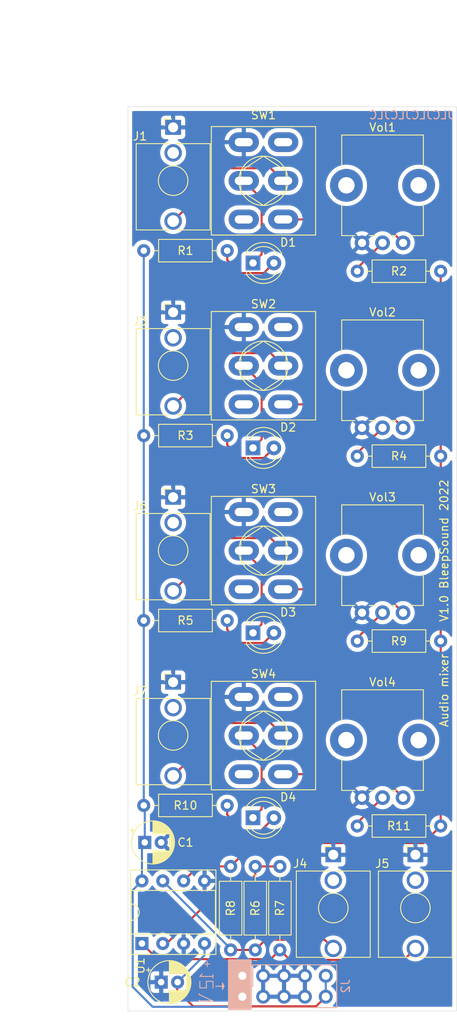
<source format=kicad_pcb>
(kicad_pcb (version 20211014) (generator pcbnew)
  (layers (0 "F.Cu" signal) (31 "B.Cu" signal) (34 "B.Paste" user) (35 "F.Paste" user) (36 "B.SilkS" user "B.Silkscreen") (37 "F.SilkS" user "F.Silkscreen") (38 "B.Mask" user) (39 "F.Mask" user) (44 "Edge.Cuts" user))
  (net 0 "")
  (net 1 "GND")
  (net 2 "+12V")
  (net 3 "-12V")
  (net 4 "Net-(D3-Pad1)")
  (net 5 "Net-(D3-Pad2)")
  (net 6 "Net-(J4-PadT)")
  (net 7 "Net-(J7-PadT)")
  (net 9 "Net-(R11-Pad1)")
  (net 10 "Net-(R2-Pad2)")
  (net 11 "Net-(R4-Pad2)")
  (net 13 "Net-(R6-Pad1)")
  (net 14 "Net-(R9-Pad2)")
  (net 15 "Net-(R11-Pad2)")
  (net 16 "Net-(D1-Pad1)")
  (net 17 "Net-(D1-Pad2)")
  (net 18 "Net-(D2-Pad1)")
  (net 19 "Net-(D2-Pad2)")
  (net 20 "Net-(D4-Pad1)")
  (net 21 "Net-(J1-PadT)")
  (net 22 "Net-(J3-PadT)")
  (net 23 "Net-(J5-PadT)")
  (net 25 "Net-(J6-PadT)")
  (net 28 "Net-(D4-Pad2)")
  (net 31 "Net-(SW1-Pad6)")
  (net 35 "Net-(SW2-Pad6)")
  (net 38 "Net-(SW3-Pad6)")
  (net 41 "Net-(SW4-Pad6)")
  (footprint "Synth:Pot-bourns-alpha" (layer "F.Cu") (at 63.5 92.55 90)
    (fp_text reference "Vol3" (at 14.05 -2.5 180) (layer "F.SilkS"))
    (fp_text value "10k")
    (pad "" np_thru_hole circle (at 7 1.9 90) (size 4 4) (drill 2) (layers *.Cu *.Mask))
    (pad "" np_thru_hole circle (at 7 -6.9 90) (size 4 4) (drill 2) (layers *.Cu *.Mask))
    (pad "1" thru_hole circle (at 0 0 90) (size 1.8 1.8) (drill 1) (layers *.Cu *.Mask) (net 38 "Net-(SW3-Pad6)"))
    (pad "2" thru_hole circle (at 0 -2.5 90) (size 1.8 1.8) (drill 1) (layers *.Cu *.Mask) (net 14 "Net-(R9-Pad2)"))
    (pad "3" thru_hole circle (at 0 -5 90) (size 1.8 1.8) (drill 1) (layers *.Cu *.Mask) (net 1 "GND"))
  )
  (footprint "Synth:Pot-bourns-alpha" (layer "F.Cu") (at 63.5 115.05 90)
    (fp_text reference "Vol4" (at 14.05 -2.5 180) (layer "F.SilkS"))
    (fp_text value "10k")
    (pad "" np_thru_hole circle (at 7 1.9 90) (size 4 4) (drill 2) (layers *.Cu *.Mask))
    (pad "" np_thru_hole circle (at 7 -6.9 90) (size 4 4) (drill 2) (layers *.Cu *.Mask))
    (pad "1" thru_hole circle (at 0 0 90) (size 1.8 1.8) (drill 1) (layers *.Cu *.Mask) (net 41 "Net-(SW4-Pad6)"))
    (pad "2" thru_hole circle (at 0 -2.5 90) (size 1.8 1.8) (drill 1) (layers *.Cu *.Mask) (net 15 "Net-(R11-Pad2)"))
    (pad "3" thru_hole circle (at 0 -5 90) (size 1.8 1.8) (drill 1) (layers *.Cu *.Mask) (net 1 "GND"))
  )
  (footprint "Capacitor_THT:CP_Radial_D5.0mm_P2.00mm" (layer "F.Cu") (at 32.044888 120.5)
    (fp_text reference "C1" (at 4.955112 0) (layer "F.SilkS"))
    (fp_text value "10µ")
    (pad "1" thru_hole rect locked (at 0 0) (size 1.6 1.6) (drill 0.8) (layers *.Cu *.Mask) (net 2 "+12V"))
    (pad "2" thru_hole circle locked (at 2 0) (size 1.6 1.6) (drill 0.8) (layers *.Cu *.Mask) (net 1 "GND"))
  )
  (footprint "Synth:SW_DPDT_Toggle" (layer "F.Cu") (at 46.5 107.5 90)
    (fp_text reference "SW4" (at 7.5 0 180) (layer "F.SilkS"))
    (fp_text value "Mute")
    (pad "1" thru_hole oval (at 4.7 -2.4 180) (size 3.7 2.4) (drill oval 2.2 1) (layers *.Cu *.Mask) (net 1 "GND"))
    (pad "2" thru_hole oval (at 0 -2.4 180) (size 3.7 2.4) (drill oval 2.2 1) (layers *.Cu *.Mask) (net 20 "Net-(D4-Pad1)"))
    (pad "3" thru_hole oval (at -4.7 -2.4 180) (size 3.7 2.4) (drill oval 2.2 1) (layers *.Cu *.Mask))
    (pad "4" thru_hole oval (at 4.7 2.4 180) (size 3.7 2.4) (drill oval 2.2 1) (layers *.Cu *.Mask))
    (pad "5" thru_hole oval (at 0 2.4 180) (size 3.7 2.4) (drill oval 2.2 1) (layers *.Cu *.Mask) (net 7 "Net-(J7-PadT)"))
    (pad "6" thru_hole oval (at -4.7 2.4 180) (size 3.7 2.4) (drill oval 2.2 1) (layers *.Cu *.Mask) (net 41 "Net-(SW4-Pad6)"))
  )
  (footprint "Resistor_THT:R_Axial_DIN0207_L6.3mm_D2.5mm_P10.16mm_Horizontal" (layer "F.Cu") (at 42.5 133.58 90)
    (fp_text reference "R8" (at 5.08 0 90) (layer "F.SilkS"))
    (fp_text value "100k")
    (pad "1" thru_hole circle locked (at 0 0 90) (size 1.6 1.6) (drill 0.8) (layers *.Cu *.Mask) (net 6 "Net-(J4-PadT)"))
    (pad "2" thru_hole oval locked (at 10.16 0 90) (size 1.6 1.6) (drill 0.8) (layers *.Cu *.Mask) (net 9 "Net-(R11-Pad1)"))
  )
  (footprint "LED_THT:LED_D4.0mm" (layer "F.Cu") (at 45.225 72.5)
    (fp_text reference "D2" (at 4.275 -2.5) (layer "F.SilkS"))
    (fp_text value "LED-mute")
    (pad "1" thru_hole rect locked (at 0 0) (size 1.8 1.8) (drill 0.9) (layers *.Cu *.Mask) (net 18 "Net-(D2-Pad1)"))
    (pad "2" thru_hole circle locked (at 2.54 0) (size 1.8 1.8) (drill 0.9) (layers *.Cu *.Mask) (net 19 "Net-(D2-Pad2)"))
  )
  (footprint "Resistor_THT:R_Axial_DIN0207_L6.3mm_D2.5mm_P10.16mm_Horizontal" (layer "F.Cu") (at 68.08 118.5 180)
    (fp_text reference "R11" (at 5.08 0) (layer "F.SilkS"))
    (fp_text value "100k")
    (pad "1" thru_hole circle locked (at 0 0 180) (size 1.6 1.6) (drill 0.8) (layers *.Cu *.Mask) (net 9 "Net-(R11-Pad1)"))
    (pad "2" thru_hole oval locked (at 10.16 0 180) (size 1.6 1.6) (drill 0.8) (layers *.Cu *.Mask) (net 15 "Net-(R11-Pad2)"))
  )
  (footprint "Resistor_THT:R_Axial_DIN0207_L6.3mm_D2.5mm_P10.16mm_Horizontal" (layer "F.Cu") (at 68.08 96 180)
    (fp_text reference "R9" (at 5.08 0) (layer "F.SilkS"))
    (fp_text value "100k")
    (pad "1" thru_hole circle locked (at 0 0 180) (size 1.6 1.6) (drill 0.8) (layers *.Cu *.Mask) (net 9 "Net-(R11-Pad1)"))
    (pad "2" thru_hole oval locked (at 10.16 0 180) (size 1.6 1.6) (drill 0.8) (layers *.Cu *.Mask) (net 14 "Net-(R9-Pad2)"))
  )
  (footprint "Synth:Pot-bourns-alpha" (layer "F.Cu") (at 63.5 70.05 90)
    (fp_text reference "Vol2" (at 14.05 -2.5 180) (layer "F.SilkS"))
    (fp_text value "10k")
    (pad "" np_thru_hole circle (at 7 1.9 90) (size 4 4) (drill 2) (layers *.Cu *.Mask))
    (pad "" np_thru_hole circle (at 7 -6.9 90) (size 4 4) (drill 2) (layers *.Cu *.Mask))
    (pad "1" thru_hole circle (at 0 0 90) (size 1.8 1.8) (drill 1) (layers *.Cu *.Mask) (net 35 "Net-(SW2-Pad6)"))
    (pad "2" thru_hole circle (at 0 -2.5 90) (size 1.8 1.8) (drill 1) (layers *.Cu *.Mask) (net 11 "Net-(R4-Pad2)"))
    (pad "3" thru_hole circle (at 0 -5 90) (size 1.8 1.8) (drill 1) (layers *.Cu *.Mask) (net 1 "GND"))
  )
  (footprint "Resistor_THT:R_Axial_DIN0207_L6.3mm_D2.5mm_P10.16mm_Horizontal" (layer "F.Cu") (at 31.92 48.5)
    (fp_text reference "R1" (at 5.08 0) (layer "F.SilkS"))
    (fp_text value "4.7k")
    (pad "1" thru_hole circle locked (at 0 0) (size 1.6 1.6) (drill 0.8) (layers *.Cu *.Mask) (net 2 "+12V"))
    (pad "2" thru_hole oval locked (at 10.16 0) (size 1.6 1.6) (drill 0.8) (layers *.Cu *.Mask) (net 17 "Net-(D1-Pad2)"))
  )
  (footprint "Resistor_THT:R_Axial_DIN0207_L6.3mm_D2.5mm_P10.16mm_Horizontal" (layer "F.Cu") (at 31.92 116)
    (fp_text reference "R10" (at 5.08 0) (layer "F.SilkS"))
    (fp_text value "4.7k")
    (pad "1" thru_hole circle locked (at 0 0) (size 1.6 1.6) (drill 0.8) (layers *.Cu *.Mask) (net 2 "+12V"))
    (pad "2" thru_hole oval locked (at 10.16 0) (size 1.6 1.6) (drill 0.8) (layers *.Cu *.Mask) (net 28 "Net-(D4-Pad2)"))
  )
  (footprint "LED_THT:LED_D4.0mm" (layer "F.Cu") (at 45.225 95)
    (fp_text reference "D3" (at 4.275 -2.5) (layer "F.SilkS"))
    (fp_text value "LED-mute")
    (pad "1" thru_hole rect locked (at 0 0) (size 1.8 1.8) (drill 0.9) (layers *.Cu *.Mask) (net 4 "Net-(D3-Pad1)"))
    (pad "2" thru_hole circle locked (at 2.54 0) (size 1.8 1.8) (drill 0.9) (layers *.Cu *.Mask) (net 5 "Net-(D3-Pad2)"))
  )
  (footprint "Synth:Thonkiconn" (layer "F.Cu") (at 55 122)
    (fp_text reference "J4" (at -4.03 1.08 180) (layer "F.SilkS"))
    (fp_text value "InvOut")
    (pad "S" thru_hole rect (at 0 0 180) (size 1.93 1.83) (drill 1.22) (layers *.Cu *.Mask) (net 1 "GND"))
    (pad "T" thru_hole circle (at 0 11.4 180) (size 2.13 2.13) (drill 1.43) (layers *.Cu *.Mask) (net 6 "Net-(J4-PadT)"))
    (pad "TN" thru_hole circle (at 0 3.1 180) (size 2.13 2.13) (drill 1.42) (layers *.Cu *.Mask))
  )
  (footprint "Resistor_THT:R_Axial_DIN0207_L6.3mm_D2.5mm_P10.16mm_Horizontal" (layer "F.Cu") (at 31.92 71)
    (fp_text reference "R3" (at 5.08 0) (layer "F.SilkS"))
    (fp_text value "4.7k")
    (pad "1" thru_hole circle locked (at 0 0) (size 1.6 1.6) (drill 0.8) (layers *.Cu *.Mask) (net 2 "+12V"))
    (pad "2" thru_hole oval locked (at 10.16 0) (size 1.6 1.6) (drill 0.8) (layers *.Cu *.Mask) (net 19 "Net-(D2-Pad2)"))
  )
  (footprint "Synth:Thonkiconn" (layer "F.Cu") (at 35.5 101)
    (fp_text reference "J7" (at -4.03 1.08 180) (layer "F.SilkS"))
    (fp_text value "In")
    (pad "S" thru_hole rect (at 0 0 180) (size 1.93 1.83) (drill 1.22) (layers *.Cu *.Mask) (net 1 "GND"))
    (pad "T" thru_hole circle (at 0 11.4 180) (size 2.13 2.13) (drill 1.43) (layers *.Cu *.Mask) (net 7 "Net-(J7-PadT)"))
    (pad "TN" thru_hole circle (at 0 3.1 180) (size 2.13 2.13) (drill 1.42) (layers *.Cu *.Mask))
  )
  (footprint "Resistor_THT:R_Axial_DIN0207_L6.3mm_D2.5mm_P10.16mm_Horizontal" (layer "F.Cu") (at 48.5 133.58 90)
    (fp_text reference "R7" (at 5.08 0 90) (layer "F.SilkS"))
    (fp_text value "10k")
    (pad "1" thru_hole circle locked (at 0 0 90) (size 1.6 1.6) (drill 0.8) (layers *.Cu *.Mask) (net 23 "Net-(J5-PadT)"))
    (pad "2" thru_hole oval locked (at 10.16 0 90) (size 1.6 1.6) (drill 0.8) (layers *.Cu *.Mask) (net 13 "Net-(R6-Pad1)"))
  )
  (footprint "Synth:SW_DPDT_Toggle" (layer "F.Cu") (at 46.5 40 90)
    (fp_text reference "SW1" (at 8 0 180) (layer "F.SilkS"))
    (fp_text value "Mute")
    (pad "1" thru_hole oval (at 4.7 -2.4 180) (size 3.7 2.4) (drill oval 2.2 1) (layers *.Cu *.Mask) (net 1 "GND"))
    (pad "2" thru_hole oval (at 0 -2.4 180) (size 3.7 2.4) (drill oval 2.2 1) (layers *.Cu *.Mask) (net 16 "Net-(D1-Pad1)"))
    (pad "3" thru_hole oval (at -4.7 -2.4 180) (size 3.7 2.4) (drill oval 2.2 1) (layers *.Cu *.Mask))
    (pad "4" thru_hole oval (at 4.7 2.4 180) (size 3.7 2.4) (drill oval 2.2 1) (layers *.Cu *.Mask))
    (pad "5" thru_hole oval (at 0 2.4 180) (size 3.7 2.4) (drill oval 2.2 1) (layers *.Cu *.Mask) (net 21 "Net-(J1-PadT)"))
    (pad "6" thru_hole oval (at -4.7 2.4 180) (size 3.7 2.4) (drill oval 2.2 1) (layers *.Cu *.Mask) (net 31 "Net-(SW1-Pad6)"))
  )
  (footprint "Synth:Pot-bourns-alpha" (layer "F.Cu") (at 63.5 47.55 90)
    (fp_text reference "Vol1" (at 14.05 -2.5 180) (layer "F.SilkS"))
    (fp_text value "10k")
    (pad "" np_thru_hole circle (at 7 -6.9 90) (size 4 4) (drill 2) (layers *.Cu *.Mask))
    (pad "" np_thru_hole circle (at 7 1.9 90) (size 4 4) (drill 2) (layers *.Cu *.Mask))
    (pad "1" thru_hole circle (at 0 0 90) (size 1.8 1.8) (drill 1) (layers *.Cu *.Mask) (net 31 "Net-(SW1-Pad6)"))
    (pad "2" thru_hole circle (at 0 -2.5 90) (size 1.8 1.8) (drill 1) (layers *.Cu *.Mask) (net 10 "Net-(R2-Pad2)"))
    (pad "3" thru_hole circle (at 0 -5 90) (size 1.8 1.8) (drill 1) (layers *.Cu *.Mask) (net 1 "GND"))
  )
  (footprint "Resistor_THT:R_Axial_DIN0207_L6.3mm_D2.5mm_P10.16mm_Horizontal" (layer "F.Cu") (at 31.92 93.5)
    (fp_text reference "R5" (at 5.08 0) (layer "F.SilkS"))
    (fp_text value "4.7k")
    (pad "1" thru_hole circle locked (at 0 0) (size 1.6 1.6) (drill 0.8) (layers *.Cu *.Mask) (net 2 "+12V"))
    (pad "2" thru_hole oval locked (at 10.16 0) (size 1.6 1.6) (drill 0.8) (layers *.Cu *.Mask) (net 5 "Net-(D3-Pad2)"))
  )
  (footprint "LED_THT:LED_D4.0mm" (layer "F.Cu") (at 45.225 117.5)
    (fp_text reference "D4" (at 4.275 -2.5) (layer "F.SilkS"))
    (fp_text value "LED-mute")
    (pad "1" thru_hole rect locked (at 0 0) (size 1.8 1.8) (drill 0.9) (layers *.Cu *.Mask) (net 20 "Net-(D4-Pad1)"))
    (pad "2" thru_hole circle locked (at 2.54 0) (size 1.8 1.8) (drill 0.9) (layers *.Cu *.Mask) (net 28 "Net-(D4-Pad2)"))
  )
  (footprint "Resistor_THT:R_Axial_DIN0207_L6.3mm_D2.5mm_P10.16mm_Horizontal" (layer "F.Cu") (at 68.08 73.5 180)
    (fp_text reference "R4" (at 5.08 0) (layer "F.SilkS"))
    (fp_text value "100k")
    (pad "1" thru_hole circle locked (at 0 0 180) (size 1.6 1.6) (drill 0.8) (layers *.Cu *.Mask) (net 9 "Net-(R11-Pad1)"))
    (pad "2" thru_hole oval locked (at 10.16 0 180) (size 1.6 1.6) (drill 0.8) (layers *.Cu *.Mask) (net 11 "Net-(R4-Pad2)"))
  )
  (footprint "Resistor_THT:R_Axial_DIN0207_L6.3mm_D2.5mm_P10.16mm_Horizontal" (layer "F.Cu") (at 68.08 51 180)
    (fp_text reference "R2" (at 5.08 0) (layer "F.SilkS"))
    (fp_text value "100k")
    (pad "1" thru_hole circle locked (at 0 0 180) (size 1.6 1.6) (drill 0.8) (layers *.Cu *.Mask) (net 9 "Net-(R11-Pad1)"))
    (pad "2" thru_hole oval locked (at 10.16 0 180) (size 1.6 1.6) (drill 0.8) (layers *.Cu *.Mask) (net 10 "Net-(R2-Pad2)"))
  )
  (footprint "Synth:Thonkiconn" (layer "F.Cu") (at 35.5 56)
    (fp_text reference "J3" (at -4.03 1.08 180) (layer "F.SilkS"))
    (fp_text value "In")
    (pad "S" thru_hole rect (at 0 0 180) (size 1.93 1.83) (drill 1.22) (layers *.Cu *.Mask) (net 1 "GND"))
    (pad "T" thru_hole circle (at 0 11.4 180) (size 2.13 2.13) (drill 1.43) (layers *.Cu *.Mask) (net 22 "Net-(J3-PadT)"))
    (pad "TN" thru_hole circle (at 0 3.1 180) (size 2.13 2.13) (drill 1.42) (layers *.Cu *.Mask))
  )
  (footprint "Synth:SW_DPDT_Toggle" (layer "F.Cu") (at 46.5 85 90)
    (fp_text reference "SW3" (at 7.5 0 180) (layer "F.SilkS"))
    (fp_text value "Mute")
    (pad "1" thru_hole oval (at 4.7 -2.4 180) (size 3.7 2.4) (drill oval 2.2 1) (layers *.Cu *.Mask) (net 1 "GND"))
    (pad "2" thru_hole oval (at 0 -2.4 180) (size 3.7 2.4) (drill oval 2.2 1) (layers *.Cu *.Mask) (net 4 "Net-(D3-Pad1)"))
    (pad "3" thru_hole oval (at -4.7 -2.4 180) (size 3.7 2.4) (drill oval 2.2 1) (layers *.Cu *.Mask))
    (pad "4" thru_hole oval (at 4.7 2.4 180) (size 3.7 2.4) (drill oval 2.2 1) (layers *.Cu *.Mask))
    (pad "5" thru_hole oval (at 0 2.4 180) (size 3.7 2.4) (drill oval 2.2 1) (layers *.Cu *.Mask) (net 25 "Net-(J6-PadT)"))
    (pad "6" thru_hole oval (at -4.7 2.4 180) (size 3.7 2.4) (drill oval 2.2 1) (layers *.Cu *.Mask) (net 38 "Net-(SW3-Pad6)"))
  )
  (footprint "Synth:SW_DPDT_Toggle" (layer "F.Cu") (at 46.5 62.5 90)
    (fp_text reference "SW2" (at 7.5 0 180) (layer "F.SilkS"))
    (fp_text value "Mute")
    (pad "1" thru_hole oval (at 4.7 -2.4 180) (size 3.7 2.4) (drill oval 2.2 1) (layers *.Cu *.Mask) (net 1 "GND"))
    (pad "2" thru_hole oval (at 0 -2.4 180) (size 3.7 2.4) (drill oval 2.2 1) (layers *.Cu *.Mask) (net 18 "Net-(D2-Pad1)"))
    (pad "3" thru_hole oval (at -4.7 -2.4 180) (size 3.7 2.4) (drill oval 2.2 1) (layers *.Cu *.Mask))
    (pad "4" thru_hole oval (at 4.7 2.4 180) (size 3.7 2.4) (drill oval 2.2 1) (layers *.Cu *.Mask))
    (pad "5" thru_hole oval (at 0 2.4 180) (size 3.7 2.4) (drill oval 2.2 1) (layers *.Cu *.Mask) (net 22 "Net-(J3-PadT)"))
    (pad "6" thru_hole oval (at -4.7 2.4 180) (size 3.7 2.4) (drill oval 2.2 1) (layers *.Cu *.Mask) (net 35 "Net-(SW2-Pad6)"))
  )
  (footprint "Synth:Thonkiconn" (layer "F.Cu") (at 35.5 33.5)
    (fp_text reference "J1" (at -4.03 1.08 180) (layer "F.SilkS"))
    (fp_text value "In")
    (pad "S" thru_hole rect (at 0 0 180) (size 1.93 1.83) (drill 1.22) (layers *.Cu *.Mask) (net 1 "GND"))
    (pad "T" thru_hole circle (at 0 11.4 180) (size 2.13 2.13) (drill 1.43) (layers *.Cu *.Mask) (net 21 "Net-(J1-PadT)"))
    (pad "TN" thru_hole circle (at 0 3.1 180) (size 2.13 2.13) (drill 1.42) (layers *.Cu *.Mask))
  )
  (footprint "Resistor_THT:R_Axial_DIN0207_L6.3mm_D2.5mm_P10.16mm_Horizontal" (layer "F.Cu") (at 45.5 123.42 -90)
    (fp_text reference "R6" (at 5.08 0 -270) (layer "F.SilkS"))
    (fp_text value "10k")
    (pad "1" thru_hole circle locked (at 0 0 270) (size 1.6 1.6) (drill 0.8) (layers *.Cu *.Mask) (net 13 "Net-(R6-Pad1)"))
    (pad "2" thru_hole oval locked (at 10.16 0 270) (size 1.6 1.6) (drill 0.8) (layers *.Cu *.Mask) (net 6 "Net-(J4-PadT)"))
  )
  (footprint "LED_THT:LED_D4.0mm" (layer "F.Cu") (at 45.225 50)
    (fp_text reference "D1" (at 4.275 -2.5) (layer "F.SilkS"))
    (fp_text value "LED-mute")
    (pad "1" thru_hole rect locked (at 0 0) (size 1.8 1.8) (drill 0.9) (layers *.Cu *.Mask) (net 16 "Net-(D1-Pad1)"))
    (pad "2" thru_hole circle locked (at 2.54 0) (size 1.8 1.8) (drill 0.9) (layers *.Cu *.Mask) (net 17 "Net-(D1-Pad2)"))
  )
  (footprint "Capacitor_THT:CP_Radial_D5.0mm_P2.00mm" (layer "F.Cu") (at 34.044888 137.5)
    (fp_text reference "C2" (at -3.5 0) (layer "F.SilkS"))
    (fp_text value "10µ")
    (pad "1" thru_hole rect locked (at 0 0) (size 1.6 1.6) (drill 0.8) (layers *.Cu *.Mask) (net 1 "GND"))
    (pad "2" thru_hole circle locked (at 2 0) (size 1.6 1.6) (drill 0.8) (layers *.Cu *.Mask) (net 3 "-12V"))
  )
  (footprint "Synth:Thonkiconn" (layer "F.Cu") (at 35.5 78.5)
    (fp_text reference "J6" (at -4.03 1.08 180) (layer "F.SilkS"))
    (fp_text value "In")
    (pad "S" thru_hole rect (at 0 0 180) (size 1.93 1.83) (drill 1.22) (layers *.Cu *.Mask) (net 1 "GND"))
    (pad "T" thru_hole circle (at 0 11.4 180) (size 2.13 2.13) (drill 1.43) (layers *.Cu *.Mask) (net 25 "Net-(J6-PadT)"))
    (pad "TN" thru_hole circle (at 0 3.1 180) (size 2.13 2.13) (drill 1.42) (layers *.Cu *.Mask))
  )
  (footprint "Package_DIP:DIP-8_W7.62mm_Socket" (layer "F.Cu") (at 31.7 132.8 90)
    (fp_text reference "U1" (at -2.7 -0.2 90) (layer "F.SilkS"))
    (fp_text value "TL072")
    (pad "1" thru_hole rect locked (at 0 0 90) (size 1.6 1.6) (drill 0.8) (layers *.Cu *.Mask) (net 23 "Net-(J5-PadT)"))
    (pad "2" thru_hole oval locked (at 0 2.54 90) (size 1.6 1.6) (drill 0.8) (layers *.Cu *.Mask) (net 13 "Net-(R6-Pad1)"))
    (pad "3" thru_hole oval locked (at 0 5.08 90) (size 1.6 1.6) (drill 0.8) (layers *.Cu *.Mask) (net 1 "GND"))
    (pad "4" thru_hole oval locked (at 0 7.62 90) (size 1.6 1.6) (drill 0.8) (layers *.Cu *.Mask) (net 3 "-12V"))
    (pad "5" thru_hole oval locked (at 7.62 7.62 90) (size 1.6 1.6) (drill 0.8) (layers *.Cu *.Mask) (net 1 "GND"))
    (pad "6" thru_hole oval locked (at 7.62 5.08 90) (size 1.6 1.6) (drill 0.8) (layers *.Cu *.Mask) (net 9 "Net-(R11-Pad1)"))
    (pad "7" thru_hole oval locked (at 7.62 2.54 90) (size 1.6 1.6) (drill 0.8) (layers *.Cu *.Mask) (net 6 "Net-(J4-PadT)"))
    (pad "8" thru_hole oval locked (at 7.62 0 90) (size 1.6 1.6) (drill 0.8) (layers *.Cu *.Mask) (net 2 "+12V"))
  )
  (footprint "Synth:Thonkiconn" (layer "F.Cu") (at 65 122)
    (fp_text reference "J5" (at -4.03 1.08 180) (layer "F.SilkS"))
    (fp_text value "Out")
    (pad "S" thru_hole rect (at 0 0 180) (size 1.93 1.83) (drill 1.22) (layers *.Cu *.Mask) (net 1 "GND"))
    (pad "T" thru_hole circle (at 0 11.4 180) (size 2.13 2.13) (drill 1.43) (layers *.Cu *.Mask) (net 23 "Net-(J5-PadT)"))
    (pad "TN" thru_hole circle (at 0 3.1 180) (size 2.13 2.13) (drill 1.42) (layers *.Cu *.Mask))
  )
  (footprint "Connector_PinHeader_2.54mm:PinHeader_2x05_P2.54mm_Vertical" (layer "B.Cu") (at 43.925 136.725 -90)
    (fp_text reference "J2" (at 1.27 -12.575 90) (layer "B.SilkS") (effects (justify mirror)))
    (fp_text value "Power Input")
    (pad "1" thru_hole rect locked (at 0 0 270) (size 1.7 1.7) (drill 1) (layers *.Cu *.Mask) (net 2 "+12V"))
    (pad "2" thru_hole oval locked (at 2.54 0 270) (size 1.7 1.7) (drill 1) (layers *.Cu *.Mask) (net 2 "+12V"))
    (pad "3" thru_hole oval locked (at 0 -2.54 270) (size 1.7 1.7) (drill 1) (layers *.Cu *.Mask) (net 1 "GND"))
    (pad "4" thru_hole oval locked (at 2.54 -2.54 270) (size 1.7 1.7) (drill 1) (layers *.Cu *.Mask) (net 1 "GND"))
    (pad "5" thru_hole oval locked (at 0 -5.08 270) (size 1.7 1.7) (drill 1) (layers *.Cu *.Mask) (net 1 "GND"))
    (pad "6" thru_hole oval locked (at 2.54 -5.08 270) (size 1.7 1.7) (drill 1) (layers *.Cu *.Mask) (net 1 "GND"))
    (pad "7" thru_hole oval locked (at 0 -7.62 270) (size 1.7 1.7) (drill 1) (layers *.Cu *.Mask) (net 1 "GND"))
    (pad "8" thru_hole oval locked (at 2.54 -7.62 270) (size 1.7 1.7) (drill 1) (layers *.Cu *.Mask) (net 1 "GND"))
    (pad "9" thru_hole oval locked (at 0 -10.16 270) (size 1.7 1.7) (drill 1) (layers *.Cu *.Mask) (net 3 "-12V"))
    (pad "10" thru_hole oval locked (at 2.54 -10.16 270) (size 1.7 1.7) (drill 1) (layers *.Cu *.Mask) (net 3 "-12V"))
  )
  (gr_line (start 38.65 139.8) (end 40.35 139.8) (layer "B.SilkS") (width 0.12))
  (gr_line (start 40.35 138.2) (end 40.35 137.4) (layer "B.SilkS") (width 0.12))
  (gr_line (start 39.55 138.2) (end 38.75 138.2) (layer "B.SilkS") (width 0.12))
  (gr_line (start 40.35 139.8) (end 38.65 139) (layer "B.SilkS") (width 0.12))
  (gr_line (start 38.75 138.2) (end 38.75 137.4) (layer "B.SilkS") (width 0.12))
  (gr_line (start 40.35 136.8) (end 40.35 136.6) (layer "B.SilkS") (width 0.12))
  (gr_line (start 39.55 137.4) (end 39.55 138.2) (layer "B.SilkS") (width 0.12))
  (gr_line (start 39.65 135.6) (end 39.65 135) (layer "B.SilkS") (width 0.12))
  (gr_line (start 38.65 139.7) (end 38.65 139.8) (layer "B.SilkS") (width 0.12))
  (gr_poly (pts (xy 41.7 138) (xy 41.5 137.6) (xy 41.5 138.4)) (layer "B.SilkS") (width 0.12) (fill solid))
  (gr_line (start 40.35 137.4) (end 39.55 137.4) (layer "B.SilkS") (width 0.12))
  (gr_line (start 38.75 136.8) (end 39.05 136.5) (layer "B.SilkS") (width 0.12))
  (gr_line (start 38.65 138.9) (end 38.65 139) (layer "B.SilkS") (width 0.12))
  (gr_line (start 39.95 135.3) (end 39.35 135.3) (layer "B.SilkS") (width 0.12))
  (gr_line (start 40.7 138) (end 41.7 138) (layer "B.SilkS") (width 0.12))
  (gr_poly (pts (xy 45 134.8) (xy 45 140.8) (xy 42.25 140.8) (xy 42.25 134.8)) (layer "B.SilkS") (width 0.15) (fill solid))
  (gr_line (start 40.35 136.8) (end 38.75 136.8) (layer "B.SilkS") (width 0.12))
  (gr_line (start 40.35 137) (end 40.35 136.8) (layer "B.SilkS") (width 0.12))
  (gr_line (start 69.999999 31) (end 70 141) (layer "Edge.Cuts") (width 0.05))
  (gr_line (start 30 31) (end 30 141) (layer "Edge.Cuts") (width 0.05))
  (gr_line (start 30 31) (end 69.999999 31) (layer "Edge.Cuts") (width 0.05))
  (gr_line (start 30 141) (end 70 141) (layer "Edge.Cuts") (width 0.05))
  (gr_text "JLCJLCJLCJLC\n" (at 64.5 32) (layer "B.SilkS") (effects (font (size 1 1)) (justify mirror)))
  (gr_text "Audio mixer\n" (at 68.5 102 90) (layer "F.SilkS") (effects (font (size 1 1))))
  (gr_text "V1.0 BleepSound 2022\n" (at 68.5 85 90) (layer "F.SilkS") (effects (font (size 1 1))))
  (segment (start 32.044888 120.5) (end 32.044888 116.124888) (width 0.25) (layer "B.Cu") (net 2))
  (segment (start 32.044888 116.124888) (end 31.92 116) (width 0.25) (layer "B.Cu") (net 2))
  (segment (start 31.7 125.18) (end 31.7 120.844888) (width 0.25) (layer "B.Cu") (net 2))
  (segment (start 42.69 140.5) (end 33 140.5) (width 0.25) (layer "B.Cu") (net 2))
  (segment (start 43.925 139.265) (end 42.69 140.5) (width 0.25) (layer "B.Cu") (net 2))
  (segment (start 30.575489 138.075489) (end 30.575489 126.304511) (width 0.25) (layer "B.Cu") (net 2))
  (segment (start 33 140.5) (end 30.575489 138.075489) (width 0.25) (layer "B.Cu") (net 2))
  (segment (start 31.92 71) (end 31.92 48.5) (width 0.25) (layer "B.Cu") (net 2))
  (segment (start 31.92 116) (end 31.92 93.5) (width 0.25) (layer "B.Cu") (net 2))
  (segment (start 30.575489 126.304511) (end 31.7 125.18) (width 0.25) (layer "B.Cu") (net 2))
  (segment (start 31.7 120.844888) (end 32.044888 120.5) (width 0.25) (layer "B.Cu") (net 2))
  (segment (start 43.925 136.725) (end 43.925 139.265) (width 0.25) (layer "B.Cu") (net 2))
  (segment (start 31.92 93.5) (end 31.92 71) (width 0.25) (layer "B.Cu") (net 2))
  (segment (start 36 137.544888) (end 36.044888 137.5) (width 0.25) (layer "F.Cu") (net 3))
  (segment (start 36 138.5) (end 36 137.544888) (width 0.25) (layer "F.Cu") (net 3))
  (segment (start 37.939511 140.439511) (end 36 138.5) (width 0.25) (layer "F.Cu") (net 3))
  (segment (start 54.085 139.265) (end 52.910489 140.439511) (width 0.25) (layer "F.Cu") (net 3))
  (segment (start 52.910489 140.439511) (end 37.939511 140.439511) (width 0.25) (layer "F.Cu") (net 3))
  (segment (start 39.32 134.224888) (end 36.044888 137.5) (width 0.25) (layer "B.Cu") (net 3))
  (segment (start 54.085 136.725) (end 54.085 139.265) (width 0.25) (layer "B.Cu") (net 3))
  (segment (start 39.32 132.8) (end 39.32 134.224888) (width 0.25) (layer "B.Cu") (net 3))
  (segment (start 44.1 85) (end 46.27452 87.17452) (width 0.25) (layer "F.Cu") (net 4))
  (segment (start 46.27452 93.95048) (end 45.225 95) (width 0.25) (layer "F.Cu") (net 4))
  (segment (start 46.27452 87.17452) (end 46.27452 93.95048) (width 0.25) (layer "F.Cu") (net 4))
  (segment (start 42.08 94.63137) (end 43.673141 96.224511) (width 0.25) (layer "F.Cu") (net 5))
  (segment (start 43.673141 96.224511) (end 46.540489 96.224511) (width 0.25) (layer "F.Cu") (net 5))
  (segment (start 46.540489 96.224511) (end 47.765 95) (width 0.25) (layer "F.Cu") (net 5))
  (segment (start 42.08 93.5) (end 42.08 94.63137) (width 0.25) (layer "F.Cu") (net 5))
  (segment (start 46.745 132.335) (end 45.5 133.58) (width 0.25) (layer "F.Cu") (net 6))
  (segment (start 45.5 133.58) (end 42.5 133.58) (width 0.25) (layer "F.Cu") (net 6))
  (segment (start 55 133.4) (end 53.935 132.335) (width 0.25) (layer "F.Cu") (net 6))
  (segment (start 53.935 132.335) (end 46.745 132.335) (width 0.25) (layer "F.Cu") (net 6))
  (segment (start 34.24 125.18) (end 42.5 133.44) (width 0.25) (layer "B.Cu") (net 6))
  (segment (start 42.5 133.44) (end 42.5 133.58) (width 0.25) (layer "B.Cu") (net 6))
  (segment (start 47.37548 105.97548) (end 41.92452 105.97548) (width 0.25) (layer "F.Cu") (net 7))
  (segment (start 48.9 107.5) (end 47.37548 105.97548) (width 0.25) (layer "F.Cu") (net 7))
  (segment (start 41.92452 105.97548) (end 35.5 112.4) (width 0.25) (layer "F.Cu") (net 7))
  (segment (start 68.08 73.5) (end 68.08 96) (width 0.25) (layer "F.Cu") (net 9))
  (segment (start 68.08 118.5) (end 66 120.58) (width 0.25) (layer "F.Cu") (net 9))
  (segment (start 68.08 51) (end 68.08 73.5) (width 0.25) (layer "F.Cu") (net 9))
  (segment (start 68.08 96) (end 68.08 118.5) (width 0.25) (layer "F.Cu") (net 9))
  (segment (start 36.78 125.18) (end 38.54 123.42) (width 0.25) (layer "F.Cu") (net 9))
  (segment (start 38.54 123.42) (end 42.5 123.42) (width 0.25) (layer "F.Cu") (net 9))
  (segment (start 45.34 120.58) (end 42.5 123.42) (width 0.25) (layer "F.Cu") (net 9))
  (segment (start 66 120.58) (end 45.34 120.58) (width 0.25) (layer "F.Cu") (net 9))
  (segment (start 61 47.55) (end 57.92 50.63) (width 0.25) (layer "F.Cu") (net 10))
  (segment (start 57.92 50.63) (end 57.92 51) (width 0.25) (layer "F.Cu") (net 10))
  (segment (start 57.92 73.13) (end 57.92 73.5) (width 0.25) (layer "F.Cu") (net 11))
  (segment (start 61 70.05) (end 57.92 73.13) (width 0.25) (layer "F.Cu") (net 11))
  (segment (start 44 126) (end 45.5 124.5) (width 0.25) (layer "F.Cu") (net 13))
  (segment (start 45.5 124.5) (end 45.5 123.42) (width 0.25) (layer "F.Cu") (net 13))
  (segment (start 34.24 132.8) (end 34.7103 132.8) (width 0.25) (layer "F.Cu") (net 13))
  (segment (start 41.5103 126) (end 44 126) (width 0.25) (layer "F.Cu") (net 13))
  (segment (start 48.5 123.42) (end 45.5 123.42) (width 0.25) (layer "F.Cu") (net 13))
  (segment (start 34.7103 132.8) (end 41.5103 126) (width 0.25) (layer "F.Cu") (net 13))
  (segment (start 57.92 95.63) (end 57.92 96) (width 0.25) (layer "F.Cu") (net 14))
  (segment (start 61 92.55) (end 57.92 95.63) (width 0.25) (layer "F.Cu") (net 14))
  (segment (start 61 115.05) (end 57.92 118.13) (width 0.25) (layer "F.Cu") (net 15))
  (segment (start 57.92 118.13) (end 57.92 118.5) (width 0.25) (layer "F.Cu") (net 15))
  (segment (start 46.27452 42.17452) (end 44.1 40) (width 0.25) (layer "F.Cu") (net 16))
  (segment (start 45.225 50) (end 46.27452 48.95048) (width 0.25) (layer "F.Cu") (net 16))
  (segment (start 46.27452 48.95048) (end 46.27452 42.17452) (width 0.25) (layer "F.Cu") (net 16))
  (segment (start 42.08 48.5) (end 42.08 49.63137) (width 0.25) (layer "F.Cu") (net 17))
  (segment (start 43.673141 51.224511) (end 46.540489 51.224511) (width 0.25) (layer "F.Cu") (net 17))
  (segment (start 42.08 49.63137) (end 43.673141 51.224511) (width 0.25) (layer "F.Cu") (net 17))
  (segment (start 46.540489 51.224511) (end 47.765 50) (width 0.25) (layer "F.Cu") (net 17))
  (segment (start 46.27452 71.45048) (end 46.27452 64.67452) (width 0.25) (layer "F.Cu") (net 18))
  (segment (start 45.225 72.5) (end 46.27452 71.45048) (width 0.25) (layer "F.Cu") (net 18))
  (segment (start 46.27452 64.67452) (end 44.1 62.5) (width 0.25) (layer "F.Cu") (net 18))
  (segment (start 46.540489 73.724511) (end 43.673141 73.724511) (width 0.25) (layer "F.Cu") (net 19))
  (segment (start 47.765 72.5) (end 46.540489 73.724511) (width 0.25) (layer "F.Cu") (net 19))
  (segment (start 43.673141 73.724511) (end 42.08 72.13137) (width 0.25) (layer "F.Cu") (net 19))
  (segment (start 42.08 72.13137) (end 42.08 71) (width 0.25) (layer "F.Cu") (net 19))
  (segment (start 46.27452 116.45048) (end 45.225 117.5) (width 0.25) (layer "F.Cu") (net 20))
  (segment (start 44.1 107.5) (end 46.27452 109.67452) (width 0.25) (layer "F.Cu") (net 20))
  (segment (start 46.27452 109.67452) (end 46.27452 116.45048) (width 0.25) (layer "F.Cu") (net 20))
  (segment (start 48.9 40) (end 47.37548 38.47548) (width 0.25) (layer "F.Cu") (net 21))
  (segment (start 47.37548 38.47548) (end 41.92452 38.47548) (width 0.25) (layer "F.Cu") (net 21))
  (segment (start 41.92452 38.47548) (end 35.5 44.9) (width 0.25) (layer "F.Cu") (net 21))
  (segment (start 48.9 62.5) (end 47.37548 60.97548) (width 0.25) (layer "F.Cu") (net 22))
  (segment (start 47.37548 60.97548) (end 41.92452 60.97548) (width 0.25) (layer "F.Cu") (net 22))
  (segment (start 41.92452 60.97548) (end 35.5 67.4) (width 0.25) (layer "F.Cu") (net 22))
  (segment (start 63.610489 134.789511) (end 49.709511 134.789511) (width 0.25) (layer "F.Cu") (net 23))
  (segment (start 65 133.4) (end 63.610489 134.789511) (width 0.25) (layer "F.Cu") (net 23))
  (segment (start 33.604511 134.704511) (end 31.7 132.8) (width 0.25) (layer "F.Cu") (net 23))
  (segment (start 49.709511 134.789511) (end 48.5 133.58) (width 0.25) (layer "F.Cu") (net 23))
  (segment (start 47.375489 134.704511) (end 33.604511 134.704511) (width 0.25) (layer "F.Cu") (net 23))
  (segment (start 48.5 133.58) (end 47.375489 134.704511) (width 0.25) (layer "F.Cu") (net 23))
  (segment (start 48.9 85) (end 47.37548 83.47548) (width 0.25) (layer "F.Cu") (net 25))
  (segment (start 47.37548 83.47548) (end 41.92452 83.47548) (width 0.25) (layer "F.Cu") (net 25))
  (segment (start 41.92452 83.47548) (end 35.5 89.9) (width 0.25) (layer "F.Cu") (net 25))
  (segment (start 42.08 116) (end 42.08 117.13137) (width 0.25) (layer "F.Cu") (net 28))
  (segment (start 42.08 117.13137) (end 44.266224 119.317594) (width 0.25) (layer "F.Cu") (net 28))
  (segment (start 44.266224 119.317594) (end 45.947406 119.317594) (width 0.25) (layer "F.Cu") (net 28))
  (segment (start 45.947406 119.317594) (end 47.765 117.5) (width 0.25) (layer "F.Cu") (net 28))
  (segment (start 63.5 47.55) (end 60.65 44.7) (width 0.25) (layer "F.Cu") (net 31))
  (segment (start 60.65 44.7) (end 48.9 44.7) (width 0.25) (layer "F.Cu") (net 31))
  (segment (start 48.9 67.2) (end 60.65 67.2) (width 0.25) (layer "F.Cu") (net 35))
  (segment (start 60.65 67.2) (end 63.5 70.05) (width 0.25) (layer "F.Cu") (net 35))
  (segment (start 60.65 89.7) (end 48.9 89.7) (width 0.25) (layer "F.Cu") (net 38))
  (segment (start 63.5 92.55) (end 60.65 89.7) (width 0.25) (layer "F.Cu") (net 38))
  (segment (start 63.5 115.05) (end 60.65 112.2) (width 0.25) (layer "F.Cu") (net 41))
  (segment (start 60.65 112.2) (end 48.9 112.2) (width 0.25) (layer "F.Cu") (net 41))
  (zone (net 1) (net_name "GND") (layer "B.Cu") (connect_pads (clearance 0.508)) (min_thickness 0.254) (fill yes (thermal_gap 0.508) (thermal_bridge_width 0.508))
    (polygon (pts (xy 70 141) (xy 30 141) (xy 30 31) (xy 70 31)))
  )
)
</source>
